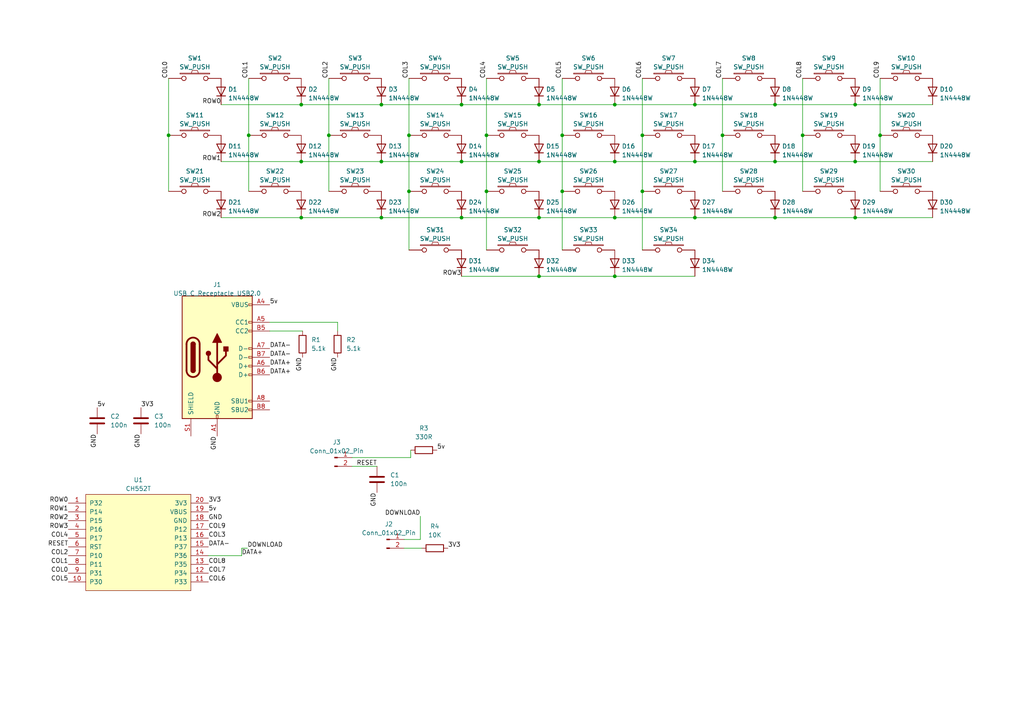
<source format=kicad_sch>
(kicad_sch (version 20230121) (generator eeschema)
  (paper "A4")
  (lib_symbols
    (symbol "Connector:Conn_01x02_Pin" (pin_names (offset 1.016) hide)
      (property "Reference" "J" (at 0 2.54 0))
      (property "Value" "Conn_01x02_Pin" (at 0 -5.08 0))
      (symbol "Conn_01x02_Pin_1_1"
        (polyline (pts (xy 1.27 -2.54) (xy 0.8636 -2.54)) (stroke (width 0.1524)))
        (polyline (pts (xy 1.27 0) (xy 0.8636 0)) (stroke (width 0.1524)))
        (rectangle (start 0.8636 -2.413) (end 0 -2.667) (stroke (width 0.1524)) (fill (type outline)))
        (rectangle (start 0.8636 0.127) (end 0 -0.127) (stroke (width 0.1524)) (fill (type outline)))
        (pin passive line (at 5.08 0 180) (length 3.81) (name "Pin_1") (number "1"))
        (pin passive line (at 5.08 -2.54 180) (length 3.81) (name "Pin_2") (number "2"))
      )
    )
    (symbol "Connector:USB_C_Receptacle_USB2.0" (pin_names (offset 1.016))
      (property "Reference" "J" (at -10.16 19.05 0))
      (property "Value" "USB_C_Receptacle_USB2.0" (at 19.05 19.05 0))
      (symbol "USB_C_Receptacle_USB2.0_0_0"
        (rectangle (start -0.254 -17.78) (end 0.254 -16.764))
        (rectangle (start 10.16 -14.986) (end 9.144 -15.494))
        (rectangle (start 10.16 -12.446) (end 9.144 -12.954))
        (rectangle (start 10.16 -4.826) (end 9.144 -5.334))
        (rectangle (start 10.16 -2.286) (end 9.144 -2.794))
        (rectangle (start 10.16 0.254) (end 9.144 -0.254))
        (rectangle (start 10.16 2.794) (end 9.144 2.286))
        (rectangle (start 10.16 7.874) (end 9.144 7.366))
        (rectangle (start 10.16 10.414) (end 9.144 9.906))
        (rectangle (start 10.16 15.494) (end 9.144 14.986))
      )
      (symbol "USB_C_Receptacle_USB2.0_0_1"
        (rectangle (start -10.16 17.78) (end 10.16 -17.78) (stroke (width 0.254)) (fill (type background)))
        (arc (start -8.89 -3.81) (mid -6.985 -5.7067) (end -5.08 -3.81) (stroke (width 0.508)))
        (arc (start -7.62 -3.81) (mid -6.985 -4.4423) (end -6.35 -3.81) (stroke (width 0.254)))
        (arc (start -7.62 -3.81) (mid -6.985 -4.4423) (end -6.35 -3.81) (stroke (width 0.254)) (fill (type outline)))
        (rectangle (start -7.62 -3.81) (end -6.35 3.81) (stroke (width 0.254)) (fill (type outline)))
        (arc (start -6.35 3.81) (mid -6.985 4.4423) (end -7.62 3.81) (stroke (width 0.254)))
        (arc (start -6.35 3.81) (mid -6.985 4.4423) (end -7.62 3.81) (stroke (width 0.254)) (fill (type outline)))
        (arc (start -5.08 3.81) (mid -6.985 5.7067) (end -8.89 3.81) (stroke (width 0.508)))
        (circle (center -2.54 1.143) (radius 0.635) (stroke (width 0.254)) (fill (type outline)))
        (circle (center 0 -5.842) (radius 1.27) (fill (type outline)))
        (polyline (pts (xy -8.89 -3.81) (xy -8.89 3.81)) (stroke (width 0.508)))
        (polyline (pts (xy -5.08 3.81) (xy -5.08 -3.81)) (stroke (width 0.508)))
        (polyline (pts (xy 0 -5.842) (xy 0 4.318)) (stroke (width 0.508)))
        (polyline (pts (xy 0 -3.302) (xy -2.54 -0.762) (xy -2.54 0.508)) (stroke (width 0.508)))
        (polyline (pts (xy 0 -2.032) (xy 2.54 0.508) (xy 2.54 1.778)) (stroke (width 0.508)))
        (polyline (pts (xy -1.27 4.318) (xy 0 6.858) (xy 1.27 4.318) (xy -1.27 4.318)) (stroke (width 0.254)) (fill (type outline)))
        (rectangle (start 1.905 1.778) (end 3.175 3.048) (stroke (width 0.254)) (fill (type outline)))
      )
      (symbol "USB_C_Receptacle_USB2.0_1_1"
        (pin passive line (at 0 -22.86 90) (length 5.08) (name "GND") (number "A1"))
        (pin passive line (at 0 -22.86 90) (length 5.08) hide (name "GND") (number "A12"))
        (pin passive line (at 15.24 15.24 180) (length 5.08) (name "VBUS") (number "A4"))
        (pin bidirectional line (at 15.24 10.16 180) (length 5.08) (name "CC1") (number "A5"))
        (pin bidirectional line (at 15.24 -2.54 180) (length 5.08) (name "D+") (number "A6"))
        (pin bidirectional line (at 15.24 2.54 180) (length 5.08) (name "D-") (number "A7"))
        (pin bidirectional line (at 15.24 -12.7 180) (length 5.08) (name "SBU1") (number "A8"))
        (pin passive line (at 15.24 15.24 180) (length 5.08) hide (name "VBUS") (number "A9"))
        (pin passive line (at 0 -22.86 90) (length 5.08) hide (name "GND") (number "B1"))
        (pin passive line (at 0 -22.86 90) (length 5.08) hide (name "GND") (number "B12"))
        (pin passive line (at 15.24 15.24 180) (length 5.08) hide (name "VBUS") (number "B4"))
        (pin bidirectional line (at 15.24 7.62 180) (length 5.08) (name "CC2") (number "B5"))
        (pin bidirectional line (at 15.24 -5.08 180) (length 5.08) (name "D+") (number "B6"))
        (pin bidirectional line (at 15.24 0 180) (length 5.08) (name "D-") (number "B7"))
        (pin bidirectional line (at 15.24 -15.24 180) (length 5.08) (name "SBU2") (number "B8"))
        (pin passive line (at 15.24 15.24 180) (length 5.08) hide (name "VBUS") (number "B9"))
        (pin passive line (at -7.62 -22.86 90) (length 5.08) (name "SHIELD") (number "S1"))
      )
    )
    (symbol "Device:C" (pin_numbers hide) (pin_names (offset 0.254))
      (property "Reference" "C" (at 0.635 2.54 0))
      (property "Value" "C" (at 0.635 -2.54 0))
      (symbol "C_0_1"
        (polyline (pts (xy -2.032 -0.762) (xy 2.032 -0.762)) (stroke (width 0.508)))
        (polyline (pts (xy -2.032 0.762) (xy 2.032 0.762)) (stroke (width 0.508)))
      )
      (symbol "C_1_1"
        (pin passive line (at 0 3.81 270) (length 2.794) (name "~") (number "1"))
        (pin passive line (at 0 -3.81 90) (length 2.794) (name "~") (number "2"))
      )
    )
    (symbol "Device:R" (pin_numbers hide) (pin_names (offset 0))
      (property "Reference" "R" (at 2.032 0 90))
      (property "Value" "R" (at 0 0 90))
      (symbol "R_0_1"
        (rectangle (start -1.016 -2.54) (end 1.016 2.54) (stroke (width 0.254)))
      )
      (symbol "R_1_1"
        (pin passive line (at 0 3.81 270) (length 1.27) (name "~") (number "1"))
        (pin passive line (at 0 -3.81 90) (length 1.27) (name "~") (number "2"))
      )
    )
    (symbol "Diode:1N4448W" (pin_numbers hide) (pin_names hide)
      (property "Reference" "D" (at 0 2.54 0))
      (property "Value" "1N4448W" (at 0 -2.54 0))
      (symbol "1N4448W_0_1"
        (polyline (pts (xy -1.27 1.27) (xy -1.27 -1.27)) (stroke (width 0.254)))
        (polyline (pts (xy 1.27 0) (xy -1.27 0)))
        (polyline (pts (xy 1.27 1.27) (xy 1.27 -1.27) (xy -1.27 0) (xy 1.27 1.27)) (stroke (width 0.254)))
      )
      (symbol "1N4448W_1_1"
        (pin passive line (at -3.81 0 0) (length 2.54) (name "K") (number "1"))
        (pin passive line (at 3.81 0 180) (length 2.54) (name "A") (number "2"))
      )
    )
    (symbol "ProjectLocal:CH552T" (pin_names (offset 1.016))
      (property "Reference" "U" (at -12.7 27.94 0))
      (property "Value" "CH552T" (at 0 12.7 90))
      (symbol "CH552T_0_1"
        (rectangle (start -15.24 25.4) (end 15.24 -2.54) (fill (type background)))
      )
      (symbol "CH552T_1_1"
        (pin bidirectional line (at -20.32 22.86 0) (length 5.08) (name "P32") (number "1"))
        (pin bidirectional line (at -20.32 0 0) (length 5.08) (name "P30") (number "10"))
        (pin bidirectional line (at 20.32 0 180) (length 5.08) (name "P33") (number "11"))
        (pin bidirectional line (at 20.32 2.54 180) (length 5.08) (name "P34") (number "12"))
        (pin bidirectional line (at 20.32 5.08 180) (length 5.08) (name "P35") (number "13"))
        (pin bidirectional line (at 20.32 7.62 180) (length 5.08) (name "P36") (number "14"))
        (pin bidirectional line (at 20.32 10.16 180) (length 5.08) (name "P37") (number "15"))
        (pin bidirectional line (at 20.32 12.7 180) (length 5.08) (name "P13") (number "16"))
        (pin bidirectional line (at 20.32 15.24 180) (length 5.08) (name "P12") (number "17"))
        (pin power_out line (at 20.32 17.78 180) (length 5.08) (name "GND") (number "18"))
        (pin power_out line (at 20.32 20.32 180) (length 5.08) (name "VBUS") (number "19"))
        (pin bidirectional line (at -20.32 20.32 0) (length 5.08) (name "P14") (number "2"))
        (pin power_out line (at 20.32 22.86 180) (length 5.08) (name "3V3") (number "20"))
        (pin bidirectional line (at -20.32 17.78 0) (length 5.08) (name "P15") (number "3"))
        (pin bidirectional line (at -20.32 15.24 0) (length 5.08) (name "P16") (number "4"))
        (pin bidirectional line (at -20.32 12.7 0) (length 5.08) (name "P17") (number "5"))
        (pin bidirectional line (at -20.32 10.16 0) (length 5.08) (name "RST") (number "6"))
        (pin bidirectional line (at -20.32 7.62 0) (length 5.08) (name "P10") (number "7"))
        (pin bidirectional line (at -20.32 5.08 0) (length 5.08) (name "P11") (number "8"))
        (pin bidirectional line (at -20.32 2.54 0) (length 5.08) (name "P31") (number "9"))
      )
    )
    (symbol "kbd:SW_PUSH" (pin_numbers hide) (pin_names (offset 1.016) hide)
      (property "Reference" "SW" (at 3.81 2.794 0))
      (property "Value" "SW_PUSH" (at 0 -2.032 0))
      (symbol "SW_PUSH_0_1"
        (rectangle (start -4.318 1.27) (end 4.318 1.524))
        (polyline (pts (xy -1.016 1.524) (xy -0.762 2.286) (xy 0.762 2.286) (xy 1.016 1.524)))
        (pin passive inverted (at -7.62 0 0) (length 5.08) (name "1") (number "1"))
        (pin passive inverted (at 7.62 0 180) (length 5.08) (name "2") (number "2"))
      )
    )
  )
  (junction (at 248.031 63.119))
  (junction (at 186.309 55.499))
  (junction (at 248.031 46.863))
  (junction (at 133.858 46.863))
  (junction (at 110.617 46.863))
  (junction (at 156.337 30.353))
  (junction (at 163.068 55.499))
  (junction (at 201.549 46.863))
  (junction (at 178.308 63.119))
  (junction (at 163.068 39.243))
  (junction (at 201.549 63.119))
  (junction (at 232.791 39.243))
  (junction (at 87.376 46.863))
  (junction (at 110.617 30.353))
  (junction (at 87.376 30.353))
  (junction (at 255.27 39.243))
  (junction (at 133.858 30.353))
  (junction (at 72.136 39.243))
  (junction (at 87.376 63.119))
  (junction (at 178.308 30.353))
  (junction (at 224.79 63.119))
  (junction (at 224.79 30.353))
  (junction (at 48.895 39.243))
  (junction (at 248.031 30.353))
  (junction (at 156.337 80.137))
  (junction (at 209.55 39.243))
  (junction (at 141.097 55.499))
  (junction (at 110.617 63.119))
  (junction (at 224.79 46.863))
  (junction (at 95.377 39.243))
  (junction (at 178.308 80.137))
  (junction (at 156.337 46.863))
  (junction (at 118.618 39.243))
  (junction (at 178.308 46.863))
  (junction (at 141.097 39.243))
  (junction (at 133.858 63.119))
  (junction (at 118.618 55.499))
  (junction (at 156.337 63.119))
  (junction (at 186.309 39.243))
  (junction (at 201.549 30.353))
  (wire (pts (xy 95.377 22.733) (xy 95.377 39.243)))
  (wire (pts (xy 156.337 30.353) (xy 178.308 30.353)))
  (wire (pts (xy 178.308 30.353) (xy 201.549 30.353)))
  (wire (pts (xy 48.895 22.733) (xy 48.895 39.243)))
  (wire (pts (xy 156.337 46.863) (xy 178.308 46.863)))
  (wire (pts (xy 133.858 63.119) (xy 156.337 63.119)))
  (wire (pts (xy 141.097 55.499) (xy 141.097 72.517)))
  (wire (pts (xy 48.895 39.243) (xy 48.895 55.499)))
  (wire (pts (xy 102.108 135.255) (xy 109.347 135.255)))
  (wire (pts (xy 110.617 46.863) (xy 133.858 46.863)))
  (wire (pts (xy 186.309 22.733) (xy 186.309 39.243)))
  (wire (pts (xy 119.126 132.715) (xy 119.126 130.556)))
  (wire (pts (xy 64.135 46.863) (xy 87.376 46.863)))
  (wire (pts (xy 95.377 39.243) (xy 95.377 55.499)))
  (wire (pts (xy 255.27 39.243) (xy 255.27 55.499)))
  (wire (pts (xy 248.031 63.119) (xy 270.51 63.119)))
  (wire (pts (xy 133.858 80.137) (xy 156.337 80.137)))
  (wire (pts (xy 186.309 39.243) (xy 186.309 55.499)))
  (wire (pts (xy 156.337 63.119) (xy 178.308 63.119)))
  (wire (pts (xy 178.308 63.119) (xy 201.549 63.119)))
  (wire (pts (xy 232.791 22.733) (xy 232.791 39.243)))
  (wire (pts (xy 64.135 63.119) (xy 87.376 63.119)))
  (wire (pts (xy 78.232 93.472) (xy 97.917 93.472)))
  (wire (pts (xy 121.92 149.733) (xy 121.92 156.464)))
  (wire (pts (xy 72.136 39.243) (xy 72.136 55.499)))
  (wire (pts (xy 97.917 93.472) (xy 97.917 96.012)))
  (wire (pts (xy 133.858 30.353) (xy 156.337 30.353)))
  (wire (pts (xy 72.136 22.733) (xy 72.136 39.243)))
  (wire (pts (xy 201.549 63.119) (xy 224.79 63.119)))
  (wire (pts (xy 117.221 159.004) (xy 122.301 159.004)))
  (wire (pts (xy 133.858 46.863) (xy 156.337 46.863)))
  (wire (pts (xy 248.031 30.353) (xy 270.51 30.353)))
  (wire (pts (xy 248.031 46.863) (xy 270.51 46.863)))
  (wire (pts (xy 117.221 156.464) (xy 121.92 156.464)))
  (wire (pts (xy 224.79 30.353) (xy 248.031 30.353)))
  (wire (pts (xy 70.104 159.004) (xy 71.755 159.004)))
  (wire (pts (xy 87.376 30.353) (xy 110.617 30.353)))
  (wire (pts (xy 110.617 30.353) (xy 133.858 30.353)))
  (wire (pts (xy 178.308 46.863) (xy 201.549 46.863)))
  (wire (pts (xy 201.549 46.863) (xy 224.79 46.863)))
  (wire (pts (xy 163.068 39.243) (xy 163.068 55.499)))
  (wire (pts (xy 118.618 55.499) (xy 118.618 72.517)))
  (wire (pts (xy 141.097 39.243) (xy 141.097 55.499)))
  (wire (pts (xy 78.232 96.012) (xy 87.757 96.012)))
  (wire (pts (xy 60.452 161.163) (xy 70.104 161.163)))
  (wire (pts (xy 224.79 46.863) (xy 248.031 46.863)))
  (wire (pts (xy 102.108 132.715) (xy 119.126 132.715)))
  (wire (pts (xy 178.308 80.137) (xy 201.549 80.137)))
  (wire (pts (xy 209.55 39.243) (xy 209.55 55.499)))
  (wire (pts (xy 118.618 39.243) (xy 118.618 55.499)))
  (wire (pts (xy 163.068 22.733) (xy 163.068 39.243)))
  (wire (pts (xy 118.618 22.733) (xy 118.618 39.243)))
  (wire (pts (xy 186.309 55.499) (xy 186.309 72.517)))
  (wire (pts (xy 201.549 30.353) (xy 224.79 30.353)))
  (wire (pts (xy 232.791 39.243) (xy 232.791 55.499)))
  (wire (pts (xy 255.27 22.733) (xy 255.27 39.243)))
  (wire (pts (xy 87.376 63.119) (xy 110.617 63.119)))
  (wire (pts (xy 224.79 63.119) (xy 248.031 63.119)))
  (wire (pts (xy 87.376 46.863) (xy 110.617 46.863)))
  (wire (pts (xy 141.097 22.733) (xy 141.097 39.243)))
  (wire (pts (xy 156.337 80.137) (xy 178.308 80.137)))
  (wire (pts (xy 70.104 161.163) (xy 70.104 159.004)))
  (wire (pts (xy 64.135 30.353) (xy 87.376 30.353)))
  (wire (pts (xy 209.55 22.733) (xy 209.55 39.243)))
  (wire (pts (xy 163.068 55.499) (xy 163.068 72.517)))
  (wire (pts (xy 110.617 63.119) (xy 133.858 63.119)))
  (label "5v" (at 28.194 118.237 0))
  (label "COL3" (at 60.452 156.083 0))
  (label "COL2" (at 19.812 161.163 180))
  (label "COL7" (at 60.452 166.243 0))
  (label "COL4" (at 141.097 22.733 90))
  (label "3V3" (at 129.921 159.004 0))
  (label "COL3" (at 118.618 22.733 90))
  (label "COL4" (at 19.812 156.083 180))
  (label "GND" (at 28.194 125.857 270))
  (label "GND" (at 87.757 103.632 270))
  (label "GND" (at 40.894 125.857 270))
  (label "COL6" (at 60.452 168.783 0))
  (label "RESET" (at 109.347 135.255 180))
  (label "ROW1" (at 64.135 46.863 180))
  (label "DATA-" (at 60.452 158.623 0))
  (label "COL8" (at 232.791 22.733 90))
  (label "DATA+" (at 78.232 108.712 0))
  (label "COL1" (at 72.136 22.733 90))
  (label "GND" (at 109.347 142.875 270))
  (label "COL2" (at 95.377 22.733 90))
  (label "ROW1" (at 19.812 148.463 180))
  (label "5v" (at 78.232 88.392 0))
  (label "DOWNLOAD" (at 71.755 159.004 0))
  (label "COL1" (at 19.812 163.703 180))
  (label "ROW0" (at 64.135 30.353 180))
  (label "GND" (at 60.452 151.003 0))
  (label "5v" (at 126.746 130.556 0))
  (label "ROW0" (at 19.812 145.923 180))
  (label "COL7" (at 209.55 22.733 90))
  (label "DATA+" (at 70.104 161.163 0))
  (label "3V3" (at 40.894 118.237 0))
  (label "DATA+" (at 78.232 106.172 0))
  (label "DATA-" (at 78.232 103.632 0))
  (label "GND" (at 62.992 126.492 270))
  (label "RESET" (at 19.812 158.623 180))
  (label "5v" (at 60.452 148.463 0))
  (label "DOWNLOAD" (at 121.92 149.733 180))
  (label "COL5" (at 163.068 22.733 90))
  (label "ROW3" (at 19.812 153.543 180))
  (label "COL5" (at 19.812 168.783 180))
  (label "ROW2" (at 64.135 63.119 180))
  (label "COL6" (at 186.309 22.733 90))
  (label "COL9" (at 255.27 22.733 90))
  (label "ROW3" (at 133.858 80.137 180))
  (label "COL0" (at 48.895 22.733 90))
  (label "COL8" (at 60.452 163.703 0))
  (label "COL9" (at 60.452 153.543 0))
  (label "GND" (at 97.917 103.632 270))
  (label "DATA-" (at 78.232 101.092 0))
  (label "ROW2" (at 19.812 151.003 180))
  (label "COL0" (at 19.812 166.243 180))
  (label "3V3" (at 60.452 145.923 0))
  (symbol (lib_id "Connector:USB_C_Receptacle_USB2.0") (at 62.992 103.632 0) (unit 1)
    (property "Reference" "J1" (at 62.992 82.55 0))
    (property "Value" "USB_C_Receptacle_USB2.0" (at 62.992 85.09 0))
    (property "Footprint" "Connector_USB:USB_C_Receptacle_HRO_TYPE-C-31-M-12" (effects hide))
    (property "Datasheet" "https://www.usb.org/sites/default/files/documents/usb_type-c.zip" (effects hide))
  )
  (symbol (lib_id "kbd:SW_PUSH") (at 240.411 55.499 0) (unit 1)
    (property "Reference" "SW29" (at 240.411 49.657 0))
    (property "Value" "SW_PUSH" (at 240.411 52.197 0))
    (property "Footprint" "keyswitches:Kailh_socket_MX" (effects hide))
  )
  (symbol (lib_id "kbd:SW_PUSH") (at 170.688 72.517 0) (unit 1)
    (property "Reference" "SW33" (at 170.688 66.675 0))
    (property "Value" "SW_PUSH" (at 170.688 69.215 0))
    (property "Footprint" "keyswitches:Kailh_socket_MX" (effects hide))
  )
  (symbol (lib_id "Diode:1N4448W") (at 248.031 26.543 90) (unit 1)
    (property "Reference" "D9" (at 250.063 25.908 90) (effects (justify right)))
    (property "Value" "1N4448W" (at 250.063 28.448 90) (effects (justify right)))
    (property "Footprint" "Diode_SMD:D_SOD-123" (effects hide))
    (property "Datasheet" "https://www.vishay.com/docs/85722/1n4448w.pdf" (effects hide))
    (property "Sim.Device" "D" (effects hide))
    (property "Sim.Pins" "1=K 2=A" (effects hide))
  )
  (symbol (lib_id "Diode:1N4448W") (at 110.617 26.543 90) (unit 1)
    (property "Reference" "D3" (at 112.649 25.908 90) (effects (justify right)))
    (property "Value" "1N4448W" (at 112.649 28.448 90) (effects (justify right)))
    (property "Footprint" "Diode_SMD:D_SOD-123" (effects hide))
    (property "Datasheet" "https://www.vishay.com/docs/85722/1n4448w.pdf" (effects hide))
    (property "Sim.Device" "D" (effects hide))
    (property "Sim.Pins" "1=K 2=A" (effects hide))
  )
  (symbol (lib_id "kbd:SW_PUSH") (at 193.929 72.517 0) (unit 1)
    (property "Reference" "SW34" (at 193.929 66.675 0))
    (property "Value" "SW_PUSH" (at 193.929 69.215 0))
    (property "Footprint" "keyswitches:Kailh_socket_MX" (effects hide))
  )
  (symbol (lib_id "Diode:1N4448W") (at 201.549 59.309 90) (unit 1)
    (property "Reference" "D27" (at 203.581 58.674 90) (effects (justify right)))
    (property "Value" "1N4448W" (at 203.581 61.214 90) (effects (justify right)))
    (property "Footprint" "Diode_SMD:D_SOD-123" (effects hide))
    (property "Datasheet" "https://www.vishay.com/docs/85722/1n4448w.pdf" (effects hide))
    (property "Sim.Device" "D" (effects hide))
    (property "Sim.Pins" "1=K 2=A" (effects hide))
  )
  (symbol (lib_id "kbd:SW_PUSH") (at 102.997 39.243 0) (unit 1)
    (property "Reference" "SW13" (at 102.997 33.401 0))
    (property "Value" "SW_PUSH" (at 102.997 35.941 0))
    (property "Footprint" "keyswitches:Kailh_socket_MX" (effects hide))
  )
  (symbol (lib_id "Diode:1N4448W") (at 87.376 59.309 90) (unit 1)
    (property "Reference" "D22" (at 89.408 58.674 90) (effects (justify right)))
    (property "Value" "1N4448W" (at 89.408 61.214 90) (effects (justify right)))
    (property "Footprint" "Diode_SMD:D_SOD-123" (effects hide))
    (property "Datasheet" "https://www.vishay.com/docs/85722/1n4448w.pdf" (effects hide))
    (property "Sim.Device" "D" (effects hide))
    (property "Sim.Pins" "1=K 2=A" (effects hide))
  )
  (symbol (lib_id "kbd:SW_PUSH") (at 262.89 22.733 0) (unit 1)
    (property "Reference" "SW10" (at 262.89 16.891 0))
    (property "Value" "SW_PUSH" (at 262.89 19.431 0))
    (property "Footprint" "keyswitches:Kailh_socket_MX" (effects hide))
  )
  (symbol (lib_id "kbd:SW_PUSH") (at 148.717 72.517 0) (unit 1)
    (property "Reference" "SW32" (at 148.717 66.675 0))
    (property "Value" "SW_PUSH" (at 148.717 69.215 0))
    (property "Footprint" "keyswitches:Kailh_socket_MX" (effects hide))
  )
  (symbol (lib_id "kbd:SW_PUSH") (at 170.688 22.733 0) (unit 1)
    (property "Reference" "SW6" (at 170.688 16.891 0))
    (property "Value" "SW_PUSH" (at 170.688 19.431 0))
    (property "Footprint" "keyswitches:Kailh_socket_MX" (effects hide))
  )
  (symbol (lib_id "Diode:1N4448W") (at 178.308 59.309 90) (unit 1)
    (property "Reference" "D26" (at 180.34 58.674 90) (effects (justify right)))
    (property "Value" "1N4448W" (at 180.34 61.214 90) (effects (justify right)))
    (property "Footprint" "Diode_SMD:D_SOD-123" (effects hide))
    (property "Datasheet" "https://www.vishay.com/docs/85722/1n4448w.pdf" (effects hide))
    (property "Sim.Device" "D" (effects hide))
    (property "Sim.Pins" "1=K 2=A" (effects hide))
  )
  (symbol (lib_id "Diode:1N4448W") (at 133.858 26.543 90) (unit 1)
    (property "Reference" "D4" (at 135.89 25.908 90) (effects (justify right)))
    (property "Value" "1N4448W" (at 135.89 28.448 90) (effects (justify right)))
    (property "Footprint" "Diode_SMD:D_SOD-123" (effects hide))
    (property "Datasheet" "https://www.vishay.com/docs/85722/1n4448w.pdf" (effects hide))
    (property "Sim.Device" "D" (effects hide))
    (property "Sim.Pins" "1=K 2=A" (effects hide))
  )
  (symbol (lib_id "Diode:1N4448W") (at 270.51 26.543 90) (unit 1)
    (property "Reference" "D10" (at 272.542 25.908 90) (effects (justify right)))
    (property "Value" "1N4448W" (at 272.542 28.448 90) (effects (justify right)))
    (property "Footprint" "Diode_SMD:D_SOD-123" (effects hide))
    (property "Datasheet" "https://www.vishay.com/docs/85722/1n4448w.pdf" (effects hide))
    (property "Sim.Device" "D" (effects hide))
    (property "Sim.Pins" "1=K 2=A" (effects hide))
  )
  (symbol (lib_id "kbd:SW_PUSH") (at 126.238 39.243 0) (unit 1)
    (property "Reference" "SW14" (at 126.238 33.401 0))
    (property "Value" "SW_PUSH" (at 126.238 35.941 0))
    (property "Footprint" "keyswitches:Kailh_socket_MX" (effects hide))
  )
  (symbol (lib_id "Diode:1N4448W") (at 133.858 76.327 90) (unit 1)
    (property "Reference" "D31" (at 135.89 75.692 90) (effects (justify right)))
    (property "Value" "1N4448W" (at 135.89 78.232 90) (effects (justify right)))
    (property "Footprint" "Diode_SMD:D_SOD-123" (effects hide))
    (property "Datasheet" "https://www.vishay.com/docs/85722/1n4448w.pdf" (effects hide))
    (property "Sim.Device" "D" (effects hide))
    (property "Sim.Pins" "1=K 2=A" (effects hide))
  )
  (symbol (lib_id "Device:C") (at 40.894 122.047 0) (unit 1)
    (property "Reference" "C3" (at 44.704 120.777 0) (effects (justify left)))
    (property "Value" "100n" (at 44.704 123.317 0) (effects (justify left)))
    (property "Footprint" "Capacitor_SMD:C_0805_2012Metric" (effects hide))
    (property "LCSC" "C49678" (effects hide))
  )
  (symbol (lib_id "kbd:SW_PUSH") (at 217.17 55.499 0) (unit 1)
    (property "Reference" "SW28" (at 217.17 49.657 0))
    (property "Value" "SW_PUSH" (at 217.17 52.197 0))
    (property "Footprint" "keyswitches:Kailh_socket_MX" (effects hide))
  )
  (symbol (lib_id "Connector:Conn_01x02_Pin") (at 112.141 156.464 0) (unit 1)
    (property "Reference" "J2" (at 112.776 152.019 0))
    (property "Value" "Conn_01x02_Pin" (at 112.776 154.559 0))
    (property "Footprint" "Connector_PinHeader_2.54mm:PinHeader_1x02_P2.54mm_Vertical" (effects hide))
  )
  (symbol (lib_id "kbd:SW_PUSH") (at 262.89 39.243 0) (unit 1)
    (property "Reference" "SW20" (at 262.89 33.401 0))
    (property "Value" "SW_PUSH" (at 262.89 35.941 0))
    (property "Footprint" "keyswitches:Kailh_socket_MX" (effects hide))
  )
  (symbol (lib_id "Diode:1N4448W") (at 178.308 43.053 90) (unit 1)
    (property "Reference" "D16" (at 180.34 42.418 90) (effects (justify right)))
    (property "Value" "1N4448W" (at 180.34 44.958 90) (effects (justify right)))
    (property "Footprint" "Diode_SMD:D_SOD-123" (effects hide))
    (property "Datasheet" "https://www.vishay.com/docs/85722/1n4448w.pdf" (effects hide))
    (property "Sim.Device" "D" (effects hide))
    (property "Sim.Pins" "1=K 2=A" (effects hide))
  )
  (symbol (lib_id "Diode:1N4448W") (at 201.549 26.543 90) (unit 1)
    (property "Reference" "D7" (at 203.581 25.908 90) (effects (justify right)))
    (property "Value" "1N4448W" (at 203.581 28.448 90) (effects (justify right)))
    (property "Footprint" "Diode_SMD:D_SOD-123" (effects hide))
    (property "Datasheet" "https://www.vishay.com/docs/85722/1n4448w.pdf" (effects hide))
    (property "Sim.Device" "D" (effects hide))
    (property "Sim.Pins" "1=K 2=A" (effects hide))
  )
  (symbol (lib_id "kbd:SW_PUSH") (at 56.515 22.733 0) (unit 1)
    (property "Reference" "SW1" (at 56.515 16.891 0))
    (property "Value" "SW_PUSH" (at 56.515 19.431 0))
    (property "Footprint" "keyswitches:Kailh_socket_MX" (effects hide))
  )
  (symbol (lib_id "Diode:1N4448W") (at 64.135 26.543 90) (unit 1)
    (property "Reference" "D1" (at 66.167 25.908 90) (effects (justify right)))
    (property "Value" "1N4448W" (at 66.167 28.448 90) (effects (justify right)))
    (property "Footprint" "Diode_SMD:D_SOD-123" (effects hide))
    (property "Datasheet" "https://www.vishay.com/docs/85722/1n4448w.pdf" (effects hide))
    (property "Sim.Device" "D" (effects hide))
    (property "Sim.Pins" "1=K 2=A" (effects hide))
    (property "LCSC" "C9808" (effects hide))
  )
  (symbol (lib_id "kbd:SW_PUSH") (at 240.411 22.733 0) (unit 1)
    (property "Reference" "SW9" (at 240.411 16.891 0))
    (property "Value" "SW_PUSH" (at 240.411 19.431 0))
    (property "Footprint" "keyswitches:Kailh_socket_MX" (effects hide))
  )
  (symbol (lib_id "Device:R") (at 122.936 130.556 90) (unit 1)
    (property "Reference" "R3" (at 122.936 124.206 90))
    (property "Value" "330R" (at 122.936 126.746 90))
    (property "Footprint" "Resistor_SMD:R_0805_2012Metric" (effects hide))
    (property "LCSC" "C17630" (effects hide))
  )
  (symbol (lib_id "kbd:SW_PUSH") (at 240.411 39.243 0) (unit 1)
    (property "Reference" "SW19" (at 240.411 33.401 0))
    (property "Value" "SW_PUSH" (at 240.411 35.941 0))
    (property "Footprint" "keyswitches:Kailh_socket_MX" (effects hide))
  )
  (symbol (lib_id "kbd:SW_PUSH") (at 79.756 39.243 0) (unit 1)
    (property "Reference" "SW12" (at 79.756 33.401 0))
    (property "Value" "SW_PUSH" (at 79.756 35.941 0))
    (property "Footprint" "keyswitches:Kailh_socket_MX" (effects hide))
  )
  (symbol (lib_id "kbd:SW_PUSH") (at 193.929 55.499 0) (unit 1)
    (property "Reference" "SW27" (at 193.929 49.657 0))
    (property "Value" "SW_PUSH" (at 193.929 52.197 0))
    (property "Footprint" "keyswitches:Kailh_socket_MX" (effects hide))
  )
  (symbol (lib_id "Diode:1N4448W") (at 87.376 26.543 90) (unit 1)
    (property "Reference" "D2" (at 89.408 25.908 90) (effects (justify right)))
    (property "Value" "1N4448W" (at 89.408 28.448 90) (effects (justify right)))
    (property "Footprint" "Diode_SMD:D_SOD-123" (effects hide))
    (property "Datasheet" "https://www.vishay.com/docs/85722/1n4448w.pdf" (effects hide))
    (property "Sim.Device" "D" (effects hide))
    (property "Sim.Pins" "1=K 2=A" (effects hide))
  )
  (symbol (lib_id "kbd:SW_PUSH") (at 170.688 39.243 0) (unit 1)
    (property "Reference" "SW16" (at 170.688 33.401 0))
    (property "Value" "SW_PUSH" (at 170.688 35.941 0))
    (property "Footprint" "keyswitches:Kailh_socket_MX" (effects hide))
  )
  (symbol (lib_id "Diode:1N4448W") (at 110.617 43.053 90) (unit 1)
    (property "Reference" "D13" (at 112.649 42.418 90) (effects (justify right)))
    (property "Value" "1N4448W" (at 112.649 44.958 90) (effects (justify right)))
    (property "Footprint" "Diode_SMD:D_SOD-123" (effects hide))
    (property "Datasheet" "https://www.vishay.com/docs/85722/1n4448w.pdf" (effects hide))
    (property "Sim.Device" "D" (effects hide))
    (property "Sim.Pins" "1=K 2=A" (effects hide))
  )
  (symbol (lib_id "Diode:1N4448W") (at 270.51 59.309 90) (unit 1)
    (property "Reference" "D30" (at 272.542 58.674 90) (effects (justify right)))
    (property "Value" "1N4448W" (at 272.542 61.214 90) (effects (justify right)))
    (property "Footprint" "Diode_SMD:D_SOD-123" (effects hide))
    (property "Datasheet" "https://www.vishay.com/docs/85722/1n4448w.pdf" (effects hide))
    (property "Sim.Device" "D" (effects hide))
    (property "Sim.Pins" "1=K 2=A" (effects hide))
  )
  (symbol (lib_id "kbd:SW_PUSH") (at 126.238 72.517 0) (unit 1)
    (property "Reference" "SW31" (at 126.238 66.675 0))
    (property "Value" "SW_PUSH" (at 126.238 69.215 0))
    (property "Footprint" "keyswitches:Kailh_socket_MX" (effects hide))
  )
  (symbol (lib_id "kbd:SW_PUSH") (at 148.717 22.733 0) (unit 1)
    (property "Reference" "SW5" (at 148.717 16.891 0))
    (property "Value" "SW_PUSH" (at 148.717 19.431 0))
    (property "Footprint" "keyswitches:Kailh_socket_MX" (effects hide))
  )
  (symbol (lib_id "kbd:SW_PUSH") (at 193.929 22.733 0) (unit 1)
    (property "Reference" "SW7" (at 193.929 16.891 0))
    (property "Value" "SW_PUSH" (at 193.929 19.431 0))
    (property "Footprint" "keyswitches:Kailh_socket_MX" (effects hide))
  )
  (symbol (lib_id "Diode:1N4448W") (at 87.376 43.053 90) (unit 1)
    (property "Reference" "D12" (at 89.408 42.418 90) (effects (justify right)))
    (property "Value" "1N4448W" (at 89.408 44.958 90) (effects (justify right)))
    (property "Footprint" "Diode_SMD:D_SOD-123" (effects hide))
    (property "Datasheet" "https://www.vishay.com/docs/85722/1n4448w.pdf" (effects hide))
    (property "Sim.Device" "D" (effects hide))
    (property "Sim.Pins" "1=K 2=A" (effects hide))
  )
  (symbol (lib_id "kbd:SW_PUSH") (at 217.17 39.243 0) (unit 1)
    (property "Reference" "SW18" (at 217.17 33.401 0))
    (property "Value" "SW_PUSH" (at 217.17 35.941 0))
    (property "Footprint" "keyswitches:Kailh_socket_MX" (effects hide))
  )
  (symbol (lib_id "kbd:SW_PUSH") (at 148.717 55.499 0) (unit 1)
    (property "Reference" "SW25" (at 148.717 49.657 0))
    (property "Value" "SW_PUSH" (at 148.717 52.197 0))
    (property "Footprint" "keyswitches:Kailh_socket_MX" (effects hide))
  )
  (symbol (lib_id "Diode:1N4448W") (at 110.617 59.309 90) (unit 1)
    (property "Reference" "D23" (at 112.649 58.674 90) (effects (justify right)))
    (property "Value" "1N4448W" (at 112.649 61.214 90) (effects (justify right)))
    (property "Footprint" "Diode_SMD:D_SOD-123" (effects hide))
    (property "Datasheet" "https://www.vishay.com/docs/85722/1n4448w.pdf" (effects hide))
    (property "Sim.Device" "D" (effects hide))
    (property "Sim.Pins" "1=K 2=A" (effects hide))
  )
  (symbol (lib_id "Diode:1N4448W") (at 248.031 59.309 90) (unit 1)
    (property "Reference" "D29" (at 250.063 58.674 90) (effects (justify right)))
    (property "Value" "1N4448W" (at 250.063 61.214 90) (effects (justify right)))
    (property "Footprint" "Diode_SMD:D_SOD-123" (effects hide))
    (property "Datasheet" "https://www.vishay.com/docs/85722/1n4448w.pdf" (effects hide))
    (property "Sim.Device" "D" (effects hide))
    (property "Sim.Pins" "1=K 2=A" (effects hide))
  )
  (symbol (lib_id "Diode:1N4448W") (at 248.031 43.053 90) (unit 1)
    (property "Reference" "D19" (at 250.063 42.418 90) (effects (justify right)))
    (property "Value" "1N4448W" (at 250.063 44.958 90) (effects (justify right)))
    (property "Footprint" "Diode_SMD:D_SOD-123" (effects hide))
    (property "Datasheet" "https://www.vishay.com/docs/85722/1n4448w.pdf" (effects hide))
    (property "Sim.Device" "D" (effects hide))
    (property "Sim.Pins" "1=K 2=A" (effects hide))
  )
  (symbol (lib_id "kbd:SW_PUSH") (at 126.238 22.733 0) (unit 1)
    (property "Reference" "SW4" (at 126.238 16.891 0))
    (property "Value" "SW_PUSH" (at 126.238 19.431 0))
    (property "Footprint" "keyswitches:Kailh_socket_MX" (effects hide))
  )
  (symbol (lib_id "Diode:1N4448W") (at 201.549 76.327 90) (unit 1)
    (property "Reference" "D34" (at 203.581 75.692 90) (effects (justify right)))
    (property "Value" "1N4448W" (at 203.581 78.232 90) (effects (justify right)))
    (property "Footprint" "Diode_SMD:D_SOD-123" (effects hide))
    (property "Datasheet" "https://www.vishay.com/docs/85722/1n4448w.pdf" (effects hide))
    (property "Sim.Device" "D" (effects hide))
    (property "Sim.Pins" "1=K 2=A" (effects hide))
  )
  (symbol (lib_id "Diode:1N4448W") (at 224.79 59.309 90) (unit 1)
    (property "Reference" "D28" (at 226.822 58.674 90) (effects (justify right)))
    (property "Value" "1N4448W" (at 226.822 61.214 90) (effects (justify right)))
    (property "Footprint" "Diode_SMD:D_SOD-123" (effects hide))
    (property "Datasheet" "https://www.vishay.com/docs/85722/1n4448w.pdf" (effects hide))
    (property "Sim.Device" "D" (effects hide))
    (property "Sim.Pins" "1=K 2=A" (effects hide))
  )
  (symbol (lib_id "Diode:1N4448W") (at 64.135 59.309 90) (unit 1)
    (property "Reference" "D21" (at 66.167 58.674 90) (effects (justify right)))
    (property "Value" "1N4448W" (at 66.167 61.214 90) (effects (justify right)))
    (property "Footprint" "Diode_SMD:D_SOD-123" (effects hide))
    (property "Datasheet" "https://www.vishay.com/docs/85722/1n4448w.pdf" (effects hide))
    (property "Sim.Device" "D" (effects hide))
    (property "Sim.Pins" "1=K 2=A" (effects hide))
  )
  (symbol (lib_id "kbd:SW_PUSH") (at 56.515 39.243 0) (unit 1)
    (property "Reference" "SW11" (at 56.515 33.401 0))
    (property "Value" "SW_PUSH" (at 56.515 35.941 0))
    (property "Footprint" "keyswitches:Kailh_socket_MX" (effects hide))
  )
  (symbol (lib_id "kbd:SW_PUSH") (at 170.688 55.499 0) (unit 1)
    (property "Reference" "SW26" (at 170.688 49.657 0))
    (property "Value" "SW_PUSH" (at 170.688 52.197 0))
    (property "Footprint" "keyswitches:Kailh_socket_MX" (effects hide))
  )
  (symbol (lib_id "Diode:1N4448W") (at 133.858 43.053 90) (unit 1)
    (property "Reference" "D14" (at 135.89 42.418 90) (effects (justify right)))
    (property "Value" "1N4448W" (at 135.89 44.958 90) (effects (justify right)))
    (property "Footprint" "Diode_SMD:D_SOD-123" (effects hide))
    (property "Datasheet" "https://www.vishay.com/docs/85722/1n4448w.pdf" (effects hide))
    (property "Sim.Device" "D" (effects hide))
    (property "Sim.Pins" "1=K 2=A" (effects hide))
  )
  (symbol (lib_id "kbd:SW_PUSH") (at 79.756 55.499 0) (unit 1)
    (property "Reference" "SW22" (at 79.756 49.657 0))
    (property "Value" "SW_PUSH" (at 79.756 52.197 0))
    (property "Footprint" "keyswitches:Kailh_socket_MX" (effects hide))
  )
  (symbol (lib_id "Diode:1N4448W") (at 156.337 59.309 90) (unit 1)
    (property "Reference" "D25" (at 158.369 58.674 90) (effects (justify right)))
    (property "Value" "1N4448W" (at 158.369 61.214 90) (effects (justify right)))
    (property "Footprint" "Diode_SMD:D_SOD-123" (effects hide))
    (property "Datasheet" "https://www.vishay.com/docs/85722/1n4448w.pdf" (effects hide))
    (property "Sim.Device" "D" (effects hide))
    (property "Sim.Pins" "1=K 2=A" (effects hide))
  )
  (symbol (lib_id "Diode:1N4448W") (at 156.337 43.053 90) (unit 1)
    (property "Reference" "D15" (at 158.369 42.418 90) (effects (justify right)))
    (property "Value" "1N4448W" (at 158.369 44.958 90) (effects (justify right)))
    (property "Footprint" "Diode_SMD:D_SOD-123" (effects hide))
    (property "Datasheet" "https://www.vishay.com/docs/85722/1n4448w.pdf" (effects hide))
    (property "Sim.Device" "D" (effects hide))
    (property "Sim.Pins" "1=K 2=A" (effects hide))
  )
  (symbol (lib_id "Diode:1N4448W") (at 156.337 26.543 90) (unit 1)
    (property "Reference" "D5" (at 158.369 25.908 90) (effects (justify right)))
    (property "Value" "1N4448W" (at 158.369 28.448 90) (effects (justify right)))
    (property "Footprint" "Diode_SMD:D_SOD-123" (effects hide))
    (property "Datasheet" "https://www.vishay.com/docs/85722/1n4448w.pdf" (effects hide))
    (property "Sim.Device" "D" (effects hide))
    (property "Sim.Pins" "1=K 2=A" (effects hide))
  )
  (symbol (lib_id "kbd:SW_PUSH") (at 102.997 55.499 0) (unit 1)
    (property "Reference" "SW23" (at 102.997 49.657 0))
    (property "Value" "SW_PUSH" (at 102.997 52.197 0))
    (property "Footprint" "keyswitches:Kailh_socket_MX" (effects hide))
  )
  (symbol (lib_id "ProjectLocal:CH552T") (at 40.132 168.783 0) (unit 1)
    (property "Reference" "U1" (at 40.132 139.192 0))
    (property "Value" "CH552T" (at 40.132 141.732 0))
    (property "Footprint" "Package_SO:TSSOP-20_4.4x6.5mm_P0.65mm" (effects hide))
    (property "LCSC" "C111367" (effects hide))
  )
  (symbol (lib_id "kbd:SW_PUSH") (at 262.89 55.499 0) (unit 1)
    (property "Reference" "SW30" (at 262.89 49.657 0))
    (property "Value" "SW_PUSH" (at 262.89 52.197 0))
    (property "Footprint" "keyswitches:Kailh_socket_MX" (effects hide))
  )
  (symbol (lib_id "kbd:SW_PUSH") (at 148.717 39.243 0) (unit 1)
    (property "Reference" "SW15" (at 148.717 33.401 0))
    (property "Value" "SW_PUSH" (at 148.717 35.941 0))
    (property "Footprint" "keyswitches:Kailh_socket_MX" (effects hide))
  )
  (symbol (lib_id "kbd:SW_PUSH") (at 79.756 22.733 0) (unit 1)
    (property "Reference" "SW2" (at 79.756 16.891 0))
    (property "Value" "SW_PUSH" (at 79.756 19.431 0))
    (property "Footprint" "keyswitches:Kailh_socket_MX" (effects hide))
  )
  (symbol (lib_id "Diode:1N4448W") (at 178.308 26.543 90) (unit 1)
    (property "Reference" "D6" (at 180.34 25.908 90) (effects (justify right)))
    (property "Value" "1N4448W" (at 180.34 28.448 90) (effects (justify right)))
    (property "Footprint" "Diode_SMD:D_SOD-123" (effects hide))
    (property "Datasheet" "https://www.vishay.com/docs/85722/1n4448w.pdf" (effects hide))
    (property "Sim.Device" "D" (effects hide))
    (property "Sim.Pins" "1=K 2=A" (effects hide))
  )
  (symbol (lib_id "Device:R") (at 87.757 99.822 0) (unit 1)
    (property "Reference" "R1" (at 90.297 98.552 0) (effects (justify left)))
    (property "Value" "5.1k" (at 90.297 101.092 0) (effects (justify left)))
    (property "Footprint" "Resistor_SMD:R_0805_2012Metric" (effects hide))
    (property "LCSC" "C27834" (effects hide))
  )
  (symbol (lib_id "Diode:1N4448W") (at 156.337 76.327 90) (unit 1)
    (property "Reference" "D32" (at 158.369 75.692 90) (effects (justify right)))
    (property "Value" "1N4448W" (at 158.369 78.232 90) (effects (justify right)))
    (property "Footprint" "Diode_SMD:D_SOD-123" (effects hide))
    (property "Datasheet" "https://www.vishay.com/docs/85722/1n4448w.pdf" (effects hide))
    (property "Sim.Device" "D" (effects hide))
    (property "Sim.Pins" "1=K 2=A" (effects hide))
  )
  (symbol (lib_id "Device:R") (at 126.111 159.004 90) (unit 1)
    (property "Reference" "R4" (at 126.111 152.654 90))
    (property "Value" "10K" (at 126.111 155.194 90))
    (property "Footprint" "Resistor_SMD:R_0805_2012Metric" (effects hide))
    (property "LCSC" "C17414" (effects hide))
  )
  (symbol (lib_id "Diode:1N4448W") (at 270.51 43.053 90) (unit 1)
    (property "Reference" "D20" (at 272.542 42.418 90) (effects (justify right)))
    (property "Value" "1N4448W" (at 272.542 44.958 90) (effects (justify right)))
    (property "Footprint" "Diode_SMD:D_SOD-123" (effects hide))
    (property "Datasheet" "https://www.vishay.com/docs/85722/1n4448w.pdf" (effects hide))
    (property "Sim.Device" "D" (effects hide))
    (property "Sim.Pins" "1=K 2=A" (effects hide))
  )
  (symbol (lib_id "kbd:SW_PUSH") (at 217.17 22.733 0) (unit 1)
    (property "Reference" "SW8" (at 217.17 16.891 0))
    (property "Value" "SW_PUSH" (at 217.17 19.431 0))
    (property "Footprint" "keyswitches:Kailh_socket_MX" (effects hide))
  )
  (symbol (lib_id "kbd:SW_PUSH") (at 102.997 22.733 0) (unit 1)
    (property "Reference" "SW3" (at 102.997 16.891 0))
    (property "Value" "SW_PUSH" (at 102.997 19.431 0))
    (property "Footprint" "keyswitches:Kailh_socket_MX" (effects hide))
  )
  (symbol (lib_id "Diode:1N4448W") (at 201.549 43.053 90) (unit 1)
    (property "Reference" "D17" (at 203.581 42.418 90) (effects (justify right)))
    (property "Value" "1N4448W" (at 203.581 44.958 90) (effects (justify right)))
    (property "Footprint" "Diode_SMD:D_SOD-123" (effects hide))
    (property "Datasheet" "https://www.vishay.com/docs/85722/1n4448w.pdf" (effects hide))
    (property "Sim.Device" "D" (effects hide))
    (property "Sim.Pins" "1=K 2=A" (effects hide))
  )
  (symbol (lib_id "Connector:Conn_01x02_Pin") (at 97.028 132.715 0) (unit 1)
    (property "Reference" "J3" (at 97.663 128.27 0))
    (property "Value" "Conn_01x02_Pin" (at 97.663 130.81 0))
    (property "Footprint" "Connector_PinHeader_2.54mm:PinHeader_1x02_P2.54mm_Vertical" (effects hide))
  )
  (symbol (lib_id "kbd:SW_PUSH") (at 56.515 55.499 0) (unit 1)
    (property "Reference" "SW21" (at 56.515 49.657 0))
    (property "Value" "SW_PUSH" (at 56.515 52.197 0))
    (property "Footprint" "keyswitches:Kailh_socket_MX" (effects hide))
  )
  (symbol (lib_id "kbd:SW_PUSH") (at 193.929 39.243 0) (unit 1)
    (property "Reference" "SW17" (at 193.929 33.401 0))
    (property "Value" "SW_PUSH" (at 193.929 35.941 0))
    (property "Footprint" "keyswitches:Kailh_socket_MX" (effects hide))
  )
  (symbol (lib_id "Diode:1N4448W") (at 178.308 76.327 90) (unit 1)
    (property "Reference" "D33" (at 180.34 75.692 90) (effects (justify right)))
    (property "Value" "1N4448W" (at 180.34 78.232 90) (effects (justify right)))
    (property "Footprint" "Diode_SMD:D_SOD-123" (effects hide))
    (property "Datasheet" "https://www.vishay.com/docs/85722/1n4448w.pdf" (effects hide))
    (property "Sim.Device" "D" (effects hide))
    (property "Sim.Pins" "1=K 2=A" (effects hide))
  )
  (symbol (lib_id "Device:C") (at 28.194 122.047 0) (unit 1)
    (property "Reference" "C2" (at 32.004 120.777 0) (effects (justify left)))
    (property "Value" "100n" (at 32.004 123.317 0) (effects (justify left)))
    (property "Footprint" "Capacitor_SMD:C_0805_2012Metric" (effects hide))
    (property "LCSC" "C49678" (effects hide))
  )
  (symbol (lib_id "Device:C") (at 109.347 139.065 0) (unit 1)
    (property "Reference" "C1" (at 113.157 137.795 0) (effects (justify left)))
    (property "Value" "100n" (at 113.157 140.335 0) (effects (justify left)))
    (property "Footprint" "Capacitor_SMD:C_0805_2012Metric" (effects hide))
    (property "LCSC" "C49678" (effects hide))
  )
  (symbol (lib_id "kbd:SW_PUSH") (at 126.238 55.499 0) (unit 1)
    (property "Reference" "SW24" (at 126.238 49.657 0))
    (property "Value" "SW_PUSH" (at 126.238 52.197 0))
    (property "Footprint" "keyswitches:Kailh_socket_MX" (effects hide))
  )
  (symbol (lib_id "Diode:1N4448W") (at 224.79 26.543 90) (unit 1)
    (property "Reference" "D8" (at 226.822 25.908 90) (effects (justify right)))
    (property "Value" "1N4448W" (at 226.822 28.448 90) (effects (justify right)))
    (property "Footprint" "Diode_SMD:D_SOD-123" (effects hide))
    (property "Datasheet" "https://www.vishay.com/docs/85722/1n4448w.pdf" (effects hide))
    (property "Sim.Device" "D" (effects hide))
    (property "Sim.Pins" "1=K 2=A" (effects hide))
  )
  (symbol (lib_id "Diode:1N4448W") (at 133.858 59.309 90) (unit 1)
    (property "Reference" "D24" (at 135.89 58.674 90) (effects (justify right)))
    (property "Value" "1N4448W" (at 135.89 61.214 90) (effects (justify right)))
    (property "Footprint" "Diode_SMD:D_SOD-123" (effects hide))
    (property "Datasheet" "https://www.vishay.com/docs/85722/1n4448w.pdf" (effects hide))
    (property "Sim.Device" "D" (effects hide))
    (property "Sim.Pins" "1=K 2=A" (effects hide))
  )
  (symbol (lib_id "Diode:1N4448W") (at 64.135 43.053 90) (unit 1)
    (property "Reference" "D11" (at 66.167 42.418 90) (effects (justify right)))
    (property "Value" "1N4448W" (at 66.167 44.958 90) (effects (justify right)))
    (property "Footprint" "Diode_SMD:D_SOD-123" (effects hide))
    (property "Datasheet" "https://www.vishay.com/docs/85722/1n4448w.pdf" (effects hide))
    (property "Sim.Device" "D" (effects hide))
    (property "Sim.Pins" "1=K 2=A" (effects hide))
  )
  (symbol (lib_id "Diode:1N4448W") (at 224.79 43.053 90) (unit 1)
    (property "Reference" "D18" (at 226.822 42.418 90) (effects (justify right)))
    (property "Value" "1N4448W" (at 226.822 44.958 90) (effects (justify right)))
    (property "Footprint" "Diode_SMD:D_SOD-123" (effects hide))
    (property "Datasheet" "https://www.vishay.com/docs/85722/1n4448w.pdf" (effects hide))
    (property "Sim.Device" "D" (effects hide))
    (property "Sim.Pins" "1=K 2=A" (effects hide))
  )
  (symbol (lib_id "Device:R") (at 97.917 99.822 0) (unit 1)
    (property "Reference" "R2" (at 100.457 98.552 0) (effects (justify left)))
    (property "Value" "5.1k" (at 100.457 101.092 0) (effects (justify left)))
    (property "Footprint" "Resistor_SMD:R_0805_2012Metric" (effects hide))
    (property "LCSC" "C27834" (effects hide))
  )
)
</source>
